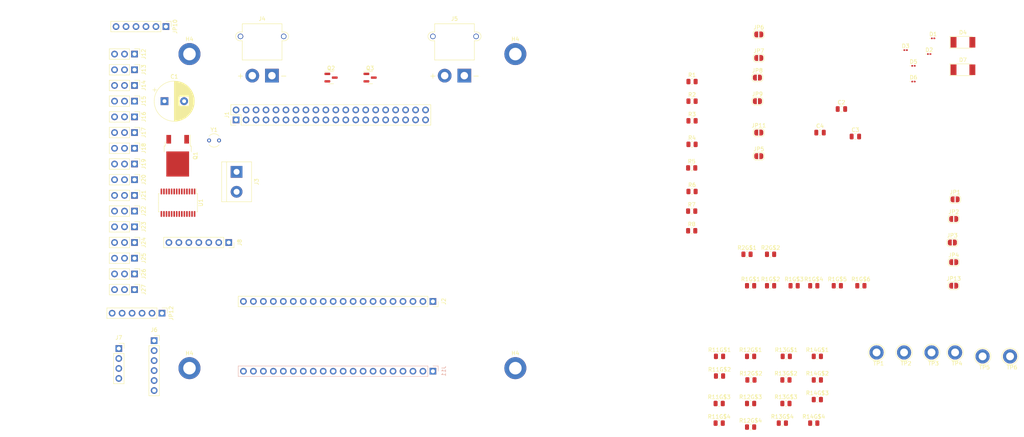
<source format=kicad_pcb>
(kicad_pcb (version 20211014) (generator pcbnew)
  (layers (0 "F.Cu" signal) (31 "B.Cu" power) (34 "B.Paste" user) (35 "F.Paste" user) (36 "B.SilkS" user "B.Silkscreen") (37 "F.SilkS" user "F.Silkscreen") (38 "B.Mask" user) (39 "F.Mask" user) (44 "Edge.Cuts" user))
  (net 0 "")
  (net 1 "+5V")
  (net 2 "VCC")
  (net 3 "Input Logic 5V")
  (net 4 "SDA")
  (net 5 "SCL")
  (net 6 "GND")
  (net 7 "I2C1 SDA")
  (net 8 "I2C1 SCL")
  (net 9 "GPIO4")
  (net 10 "UART0 TX")
  (net 11 "GPIO17")
  (net 12 "GPIO27")
  (net 13 "UART0 RX")
  (net 14 "GPIO22")
  (net 15 "GPIO23")
  (net 16 "GPIO18")
  (net 17 "GPIO24")
  (net 18 "GPIO10")
  (net 19 "GPIO9")
  (net 20 "GPIO25")
  (net 21 "GPIO11")
  (net 22 "GPIO8")
  (net 23 "GPIO7")
  (net 24 "GPIO0")
  (net 25 "GPIO1")
  (net 26 "GPIO5")
  (net 27 "GPIO6")
  (net 28 "GPIO12")
  (net 29 "GPIO13")
  (net 30 "GPIO19")
  (net 31 "GPIO16")
  (net 32 "GPIO26")
  (net 33 "GPIO20")
  (net 34 "GPIO21")
  (net 35 "GPIO (PWM)")
  (net 36 "I2C0 SDA")
  (net 37 "I2C0 SCL")
  (net 38 "Net-(J3-Pad1)")
  (net 39 "3.3V")
  (net 40 "RUN")
  (net 41 "GPIO Input")
  (net 42 "/ADR")
  (net 43 "/PS0")
  (net 44 "/PS1")
  (net 45 "/CS")
  (net 46 "/A0")
  (net 47 "/A1")
  (net 48 "/A2")
  (net 49 "/A3")
  (net 50 "/A5")
  (net 51 "/OE")
  (net 52 "/A4")
  (net 53 "Net-(R2-Pad2)")
  (net 54 "/PWM7")
  (net 55 "/PWM6")
  (net 56 "/PWM5")
  (net 57 "/PWM4")
  (net 58 "/PWM15")
  (net 59 "/PWM14")
  (net 60 "/PWM13")
  (net 61 "/PWM12")
  (net 62 "/PWM3")
  (net 63 "/PWM2")
  (net 64 "/PWM1")
  (net 65 "/PWM0")
  (net 66 "/PWM11")
  (net 67 "/PWM10")
  (net 68 "/PWM9")
  (net 69 "/PWM8")
  (net 70 "VSYS")
  (net 71 "Input 3.3V")
  (net 72 "GPIO Output")
  (net 73 "Net-(U1-Pad25)")
  (net 78 "Earth")
  (net 79 "12V Input")
  (net 80 "Net-(J12-Pad1)")
  (net 81 "Net-(J13-Pad1)")
  (net 82 "Net-(J14-Pad1)")
  (net 83 "Net-(J15-Pad1)")
  (net 84 "Net-(J16-Pad1)")
  (net 85 "Net-(J17-Pad1)")
  (net 86 "Net-(J18-Pad1)")
  (net 87 "Net-(J19-Pad1)")
  (net 88 "Net-(J20-Pad1)")
  (net 89 "Net-(J21-Pad1)")
  (net 90 "Net-(J22-Pad1)")
  (net 91 "Net-(J23-Pad1)")
  (net 92 "Net-(J24-Pad1)")
  (net 93 "Net-(J25-Pad1)")
  (net 94 "Net-(J26-Pad1)")
  (net 95 "Net-(J27-Pad1)")
  (net 96 "Net-(JP1-Pad1)")
  (net 97 "Input 3.3{slash}5V")
  (net 98 "Net-(JP2-Pad1)")
  (net 99 "12V Output")
  (net 100 "Net-(JP3-Pad1)")
  (net 101 "Net-(JP4-Pad1)")
  (net 102 "Net-(R3-Pad1)")
  (net 103 "Net-(R1-Pad1)")
  (net 104 "Net-(R4-Pad1)")
  (net 105 "Net-(R6-Pad1)")
  (net 106 "Net-(D6-Pad2)")
  (net 107 "Solenoid 1")
  (footprint "Connector_PinHeader_2.54mm:PinHeader_1x03_P2.54mm_Vertical" (layer "F.Cu") (at 36 86 -90)
    (fp_text reference "J21" (at 0 -2.33 90) (layer "F.SilkS"))
    (fp_text value "Conn_01x03_Male")
    (pad "1" thru_hole rect (at 0 0 270) (size 1.7 1.7) (drill 1) (layers *.Cu *.Mask) (net 89 "Net-(J21-Pad1)"))
    (pad "2" thru_hole oval (at 0 2.54 270) (size 1.7 1.7) (drill 1) (layers *.Cu *.Mask) (net 1 "+5V"))
    (pad "3" thru_hole oval (at 0 5.08 270) (size 1.7 1.7) (drill 1) (layers *.Cu *.Mask) (net 78 "Earth"))
  )
  (footprint "Resistor_SMD:R_0805_2012Metric" (layer "F.Cu") (at 185 132)
    (fp_text reference "R11G$2" (at 0 -1.65) (layer "F.SilkS"))
    (fp_text value "220")
    (pad "1" smd roundrect (at -0.9125 0) (size 1.025 1.4) (layers "F.Cu" "F.Paste" "F.Mask") (roundrect_rratio 0.243902) (net 85 "Net-(J17-Pad1)"))
    (pad "2" smd roundrect (at 0.9125 0) (size 1.025 1.4) (layers "F.Cu" "F.Paste" "F.Mask") (roundrect_rratio 0.243902) (net 55 "/PWM6"))
  )
  (footprint "Resistor_SMD:R_0805_2012Metric" (layer "F.Cu") (at 215 109)
    (fp_text reference "R1G$5" (at 0 -1.65) (layer "F.SilkS"))
    (fp_text value "10k")
    (pad "1" smd roundrect (at -0.9125 0) (size 1.025 1.4) (layers "F.Cu" "F.Paste" "F.Mask") (roundrect_rratio 0.243902) (net 47 "/A1"))
    (pad "2" smd roundrect (at 0.9125 0) (size 1.025 1.4) (layers "F.Cu" "F.Paste" "F.Mask") (roundrect_rratio 0.243902) (net 78 "Earth"))
  )
  (footprint "Connector_PinHeader_2.54mm:PinHeader_1x03_P2.54mm_Vertical" (layer "F.Cu") (at 36 50 -90)
    (fp_text reference "J12" (at 0 -2.33 90) (layer "F.SilkS"))
    (fp_text value "Conn_01x03_Male")
    (pad "1" thru_hole rect (at 0 0 270) (size 1.7 1.7) (drill 1) (layers *.Cu *.Mask) (net 80 "Net-(J12-Pad1)"))
    (pad "2" thru_hole oval (at 0 2.54 270) (size 1.7 1.7) (drill 1) (layers *.Cu *.Mask) (net 1 "+5V"))
    (pad "3" thru_hole oval (at 0 5.08 270) (size 1.7 1.7) (drill 1) (layers *.Cu *.Mask) (net 78 "Earth"))
  )
  (footprint "Resistor_SMD:R_0805_2012Metric" (layer "F.Cu") (at 202 127)
    (fp_text reference "R13G$1" (at 0 -1.65) (layer "F.SilkS"))
    (fp_text value "220")
    (pad "1" smd roundrect (at -0.9125 0) (size 1.025 1.4) (layers "F.Cu" "F.Paste" "F.Mask") (roundrect_rratio 0.243902) (net 80 "Net-(J12-Pad1)"))
    (pad "2" smd roundrect (at 0.9125 0) (size 1.025 1.4) (layers "F.Cu" "F.Paste" "F.Mask") (roundrect_rratio 0.243902) (net 62 "/PWM3"))
  )
  (footprint "TestPoint:TestPoint_Loop_D3.80mm_Drill2.0mm" (layer "F.Cu") (at 232 126)
    (fp_text reference "TP2" (at 0.5 2.8) (layer "F.SilkS"))
    (fp_text value "TestPoint")
    (pad "1" thru_hole circle (at 0 0) (size 3.6 3.6) (drill 2) (layers *.Cu *.Mask) (net 52 "/A4"))
  )
  (footprint "Capacitor_SMD:C_0805_2012Metric" (layer "F.Cu") (at 219.6 71)
    (fp_text reference "C3" (at 0 -1.68) (layer "F.SilkS"))
    (fp_text value "2.2uF+/35V+")
    (pad "1" smd roundrect (at -0.95 0) (size 1 1.45) (layers "F.Cu" "F.Paste" "F.Mask") (net 79 "12V Input"))
    (pad "2" smd roundrect (at 0.95 0) (size 1 1.45) (layers "F.Cu" "F.Paste" "F.Mask") (net 6 "GND"))
  )
  (footprint "Jumper:SolderJumper-2_P1.3mm_Open_RoundedPad1.0x1.5mm" (layer "F.Cu") (at 244.65 103)
    (fp_text reference "JP4" (at 0 -1.8) (layer "F.SilkS"))
    (fp_text value "SolderJumper_2_Open")
    (pad "1" smd custom (at -0.65 0) (size 1 0.5) (layers "F.Cu" "F.Mask") (net 101 "Net-(JP4-Pad1)") (options (clearance outline) (anchor rect)) (primitives (gr_circle (center 0 0.25) (end 0.5 0.25) (width 0) (fill yes)) (gr_circle (center 0 -0.25) (end 0.5 -0.25) (width 0) (fill yes)) (gr_poly (pts (xy 0.5 0.75) (xy 0 0.75) (xy 0 -0.75) (xy 0.5 -0.75)) (width 0) (fill yes))))
    (pad "2" smd custom (at 0.65 0) (size 1 0.5) (layers "F.Cu" "F.Mask") (net 79 "12V Input") (options (clearance outline) (anchor rect)) (primitives (gr_circle (center 0 0.25) (end 0.5 0.25) (width 0) (fill yes)) (gr_circle (center 0 -0.25) (end 0.5 -0.25) (width 0) (fill yes)) (gr_poly (pts (xy 0 0.75) (xy -0.5 0.75) (xy -0.5 -0.75) (xy 0 -0.75)) (width 0) (fill yes))))
  )
  (footprint "LED_SMD:LED_0201_0603Metric" (layer "F.Cu") (at 238.4 50)
    (fp_text reference "D2" (at 0 -1.05) (layer "F.SilkS"))
    (fp_text value "LED_Green")
    (pad "1" smd roundrect (at -0.32 0) (size 0.46 0.4) (layers "F.Cu" "F.Mask") (net 103 "Net-(R1-Pad1)"))
    (pad "2" smd roundrect (at 0.32 0) (size 0.46 0.4) (layers "F.Cu" "F.Mask") (net 2 "VCC"))
  )
  (footprint "Connector_PinSocket_2.54mm:PinSocket_1x06_P2.54mm_Vertical" (layer "F.Cu") (at 41 123)
    (fp_text reference "J6" (at 0 -2.77) (layer "F.SilkS"))
    (fp_text value "Conn_01x06_Female")
    (pad "1" thru_hole rect (at 0 0) (size 1.7 1.7) (drill 1) (layers *.Cu *.Mask) (net 71 "Input 3.3V"))
    (pad "2" thru_hole oval (at 0 2.54) (size 1.7 1.7) (drill 1) (layers *.Cu *.Mask) (net 39 "3.3V"))
    (pad "3" thru_hole oval (at 0 5.08) (size 1.7 1.7) (drill 1) (layers *.Cu *.Mask) (net 6 "GND"))
    (pad "4" thru_hole oval (at 0 7.62) (size 1.7 1.7) (drill 1) (layers *.Cu *.Mask) (net 5 "SCL"))
    (pad "5" thru_hole oval (at 0 10.16) (size 1.7 1.7) (drill 1) (layers *.Cu *.Mask) (net 4 "SDA"))
    (pad "6" thru_hole oval (at 0 12.7) (size 1.7 1.7) (drill 1) (layers *.Cu *.Mask) (net 41 "GPIO Input"))
  )
  (footprint "Package_TO_SOT_SMD:SOT-23" (layer "F.Cu") (at 86.0625 56)
    (fp_text reference "Q2" (at 0 -2.4) (layer "F.SilkS"))
    (fp_text value "ZXMN3A14F")
    (pad "1" smd roundrect (at -0.9375 -0.95) (size 1.475 0.6) (layers "F.Cu" "F.Paste" "F.Mask") (net 97 "Input 3.3{slash}5V"))
    (pad "2" smd roundrect (at -0.9375 0.95) (size 1.475 0.6) (layers "F.Cu" "F.Paste" "F.Mask") (net 6 "GND"))
    (pad "3" smd roundrect (at 0.9375 0) (size 1.475 0.6) (layers "F.Cu" "F.Paste" "F.Mask") (net 107 "Solenoid 1"))
  )
  (footprint "Resistor_SMD:R_0805_2012Metric" (layer "F.Cu") (at 209.9125 127)
    (fp_text reference "R14G$1" (at 0 -1.65) (layer "F.SilkS"))
    (fp_text value "220")
    (pad "1" smd roundrect (at -0.9125 0) (size 1.025 1.4) (layers "F.Cu" "F.Paste" "F.Mask") (roundrect_rratio 0.243902) (net 92 "Net-(J24-Pad1)"))
    (pad "2" smd roundrect (at 0.9125 0) (size 1.025 1.4) (layers "F.Cu" "F.Paste" "F.Mask") (roundrect_rratio 0.243902) (net 66 "/PWM11"))
  )
  (footprint "Resistor_SMD:R_0805_2012Metric" (layer "F.Cu") (at 209 144)
    (fp_text reference "R14G$4" (at 0 -1.65) (layer "F.SilkS"))
    (fp_text value "220")
    (pad "1" smd roundrect (at -0.9125 0) (size 1.025 1.4) (layers "F.Cu" "F.Paste" "F.Mask") (roundrect_rratio 0.243902) (net 95 "Net-(J27-Pad1)"))
    (pad "2" smd roundrect (at 0.9125 0) (size 1.025 1.4) (layers "F.Cu" "F.Paste" "F.Mask") (roundrect_rratio 0.243902) (net 69 "/PWM8"))
  )
  (footprint "MountingHole:MountingHole_3.2mm_M3_DIN965_Pad" (layer "F.Cu") (at 50 130)
    (fp_text reference "H4" (at 0 -3.8) (layer "F.SilkS"))
    (fp_text value "MountingHole")
    (pad "1" thru_hole circle locked (at 0 0) (size 5.6 5.6) (drill 3.2) (layers *.Cu *.Mask))
  )
  (footprint "Connector_PinHeader_2.54mm:PinHeader_1x03_P2.54mm_Vertical" (layer "F.Cu") (at 36 70 -90)
    (fp_text reference "J17" (at 0 -2.33 90) (layer "F.SilkS"))
    (fp_text value "Conn_01x03_Male")
    (pad "1" thru_hole rect (at 0 0 270) (size 1.7 1.7) (drill 1) (layers *.Cu *.Mask) (net 85 "Net-(J17-Pad1)"))
    (pad "2" thru_hole oval (at 0 2.54 270) (size 1.7 1.7) (drill 1) (layers *.Cu *.Mask) (net 1 "+5V"))
    (pad "3" thru_hole oval (at 0 5.08 270) (size 1.7 1.7) (drill 1) (layers *.Cu *.Mask) (net 78 "Earth"))
  )
  (footprint "Resistor_SMD:R_0805_2012Metric" (layer "F.Cu") (at 178 62)
    (fp_text reference "R2" (at 0 -1.65) (layer "F.SilkS"))
    (fp_text value "10k")
    (pad "1" smd roundrect (at -0.9125 0) (size 1.025 1.4) (layers "F.Cu" "F.Paste" "F.Mask") (roundrect_rratio 0.243902) (net 41 "GPIO Input"))
    (pad "2" smd roundrect (at 0.9125 0) (size 1.025 1.4) (layers "F.Cu" "F.Paste" "F.Mask") (roundrect_rratio 0.243902) (net 53 "Net-(R2-Pad2)"))
  )
  (footprint "Jumper:SolderJumper-2_P1.3mm_Open_RoundedPad1.0x1.5mm" (layer "F.Cu") (at 244.65 92)
    (fp_text reference "JP2" (at 0 -1.8) (layer "F.SilkS"))
    (fp_text value "SolderJumper_2_Open")
    (pad "1" smd custom (at -0.65 0) (size 1 0.5) (layers "F.Cu" "F.Mask") (net 98 "Net-(JP2-Pad1)") (options (clearance outline) (anchor rect)) (primitives (gr_circle (center 0 0.25) (end 0.5 0.25) (width 0) (fill yes)) (gr_circle (center 0 -0.25) (end 0.5 -0.25) (width 0) (fill yes)) (gr_poly (pts (xy 0.5 0.75) (xy 0 0.75) (xy 0 -0.75) (xy 0.5 -0.75)) (width 0) (fill yes))))
    (pad "2" smd custom (at 0.65 0) (size 1 0.5) (layers "F.Cu" "F.Mask") (net 79 "12V Input") (options (clearance outline) (anchor rect)) (primitives (gr_circle (center 0 0.25) (end 0.5 0.25) (width 0) (fill yes)) (gr_circle (center 0 -0.25) (end 0.5 -0.25) (width 0) (fill yes)) (gr_poly (pts (xy 0 0.75) (xy -0.5 0.75) (xy -0.5 -0.75) (xy 0 -0.75)) (width 0) (fill yes))))
  )
  (footprint "Capacitor_THT:CP_Radial_D10.0mm_P5.00mm" (layer "F.Cu") (at 43.632323 62)
    (fp_text reference "C1" (at 2.5 -6.25) (layer "F.SilkS"))
    (fp_text value "C_Polarized")
    (pad "1" thru_hole rect (at 0 0) (size 2 2) (drill 1) (layers *.Cu *.Mask) (net 1 "+5V"))
    (pad "2" thru_hole circle (at 5 0) (size 2 2) (drill 1) (layers *.Cu *.Mask) (net 78 "Earth"))
  )
  (footprint "Connector_PinHeader_2.54mm:PinHeader_1x06_P2.54mm_Vertical" (layer "F.Cu") (at 44 43 -90)
    (fp_text reference "JP10" (at 0 -2.33 90) (layer "F.SilkS"))
    (fp_text value "Conn_01x06_Male")
    (pad "1" thru_hole rect (at 0 0 270) (size 1.7 1.7) (drill 1) (layers *.Cu *.Mask) (net 1 "+5V"))
    (pad "2" thru_hole oval (at 0 2.54 270) (size 1.7 1.7) (drill 1) (layers *.Cu *.Mask) (net 2 "VCC"))
    (pad "3" thru_hole oval (at 0 5.08 270) (size 1.7 1.7) (drill 1) (layers *.Cu *.Mask) (net 4 "SDA"))
    (pad "4" thru_hole oval (at 0 7.62 270) (size 1.7 1.7) (drill 1) (layers *.Cu *.Mask) (net 5 "SCL"))
    (pad "5" thru_hole oval (at 0 10.16 270) (size 1.7 1.7) (drill 1) (layers *.Cu *.Mask) (net 51 "/OE"))
    (pad "6" thru_hole oval (at 0 12.7 270) (size 1.7 1.7) (drill 1) (layers *.Cu *.Mask) (net 78 "Earth"))
  )
  (footprint "Resistor_SMD:R_0805_2012Metric" (layer "F.Cu") (at 184.9125 139)
    (fp_text reference "R11G$3" (at 0 -1.65) (layer "F.SilkS"))
    (fp_text value "220")
    (pad "1" smd roundrect (at -0.9125 0) (size 1.025 1.4) (layers "F.Cu" "F.Paste" "F.Mask") (roundrect_rratio 0.243902) (net 86 "Net-(J18-Pad1)"))
    (pad "2" smd roundrect (at 0.9125 0) (size 1.025 1.4) (layers "F.Cu" "F.Paste" "F.Mask") (roundrect_rratio 0.243902) (net 56 "/PWM5"))
  )
  (footprint "Connector_PinHeader_2.54mm:PinHeader_1x03_P2.54mm_Vertical" (layer "F.Cu") (at 36 62 -90)
    (fp_text reference "J15" (at 0 -2.33 90) (layer "F.SilkS"))
    (fp_text value "Conn_01x03_Male")
    (pad "1" thru_hole rect (at 0 0 270) (size 1.7 1.7) (drill 1) (layers *.Cu *.Mask) (net 83 "Net-(J15-Pad1)"))
    (pad "2" thru_hole oval (at 0 2.54 270) (size 1.7 1.7) (drill 1) (layers *.Cu *.Mask) (net 1 "+5V"))
    (pad "3" thru_hole oval (at 0 5.08 270) (size 1.7 1.7) (drill 1) (layers *.Cu *.Mask) (net 78 "Earth"))
  )
  (footprint "TerminalBlock:TerminalBlock_bornier-2_P5.08mm" (layer "F.Cu") (at 62 80 -90)
    (fp_text reference "J3" (at 2.54 -5.08 90) (layer "F.SilkS"))
    (fp_text value "Screw_Terminal_01x02")
    (pad "1" thru_hole rect (at 0 0 270) (size 3 3) (drill 1.52) (layers *.Cu *.Mask) (net 38 "Net-(J3-Pad1)"))
    (pad "2" thru_hole circle (at 5.08 0 270) (size 3 3) (drill 1.52) (layers *.Cu *.Mask) (net 78 "Earth"))
  )
  (footprint "Resistor_SMD:R_0805_2012Metric" (layer "F.Cu") (at 201 144)
    (fp_text reference "R13G$4" (at 0 -1.65) (layer "F.SilkS"))
    (fp_text value "220")
    (pad "1" smd roundrect (at -0.9125 0) (size 1.025 1.4) (layers "F.Cu" "F.Paste" "F.Mask") (roundrect_rratio 0.243902) (net 83 "Net-(J15-Pad1)"))
    (pad "2" smd roundrect (at 0.9125 0) (size 1.025 1.4) (layers "F.Cu" "F.Paste" "F.Mask") (roundrect_rratio 0.243902) (net 65 "/PWM0"))
  )
  (footprint "Connector_PinHeader_2.54mm:PinHeader_1x03_P2.54mm_Vertical" (layer "F.Cu") (at 36 110 -90)
    (fp_text reference "J27" (at 0 -2.33 90) (layer "F.SilkS"))
    (fp_text value "Conn_01x03_Male")
    (pad "1" thru_hole rect (at 0 0 270) (size 1.7 1.7) (drill 1) (layers *.Cu *.Mask) (net 95 "Net-(J27-Pad1)"))
    (pad "2" thru_hole oval (at 0 2.54 270) (size 1.7 1.7) (drill 1) (layers *.Cu *.Mask) (net 1 "+5V"))
    (pad "3" thru_hole oval (at 0 5.08 270) (size 1.7 1.7) (drill 1) (layers *.Cu *.Mask) (net 78 "Earth"))
  )
  (footprint "TestPoint:TestPoint_Loop_D3.80mm_Drill2.0mm" (layer "F.Cu") (at 259 127)
    (fp_text reference "TP6" (at 0.5 2.8) (layer "F.SilkS"))
    (fp_text value "TestPoint")
    (pad "1" thru_hole circle (at 0 0) (size 3.6 3.6) (drill 2) (layers *.Cu *.Mask) (net 46 "/A0"))
  )
  (footprint "Resistor_SMD:R_0805_2012Metric" (layer "F.Cu") (at 177.9125 90)
    (fp_text reference "R7" (at 0 -1.65) (layer "F.SilkS"))
    (fp_text value "10K")
    (pad "1" smd roundrect (at -0.9125 0) (size 1.025 1.4) (layers "F.Cu" "F.Paste" "F.Mask") (roundrect_rratio 0.243902) (net 106 "Net-(D6-Pad2)"))
    (pad "2" smd roundrect (at 0.9125 0) (size 1.025 1.4) (layers "F.Cu" "F.Paste" "F.Mask") (roundrect_rratio 0.243902) (net 100 "Net-(JP3-Pad1)"))
  )
  (footprint "Resistor_SMD:R_0805_2012Metric" (layer "F.Cu") (at 198 109)
    (fp_text reference "R1G$2" (at 0 -1.65) (layer "F.SilkS"))
    (fp_text value "10k")
    (pad "1" smd roundrect (at -0.9125 0) (size 1.025 1.4) (layers "F.Cu" "F.Paste" "F.Mask") (roundrect_rratio 0.243902) (net 52 "/A4"))
    (pad "2" smd roundrect (at 0.9125 0) (size 1.025 1.4) (layers "F.Cu" "F.Paste" "F.Mask") (roundrect_rratio 0.243902) (net 78 "Earth"))
  )
  (footprint "LED_SMD:LED_0201_0603Metric" (layer "F.Cu") (at 239.4 46)
    (fp_text reference "D1" (at 0 -1.05) (layer "F.SilkS"))
    (fp_text value "LED_Green")
    (pad "1" smd roundrect (at -0.32 0) (size 0.46 0.4) (layers "F.Cu" "F.Mask") (net 6 "GND"))
    (pad "2" smd roundrect (at 0.32 0) (size 0.46 0.4) (layers "F.Cu" "F.Mask") (net 102 "Net-(R3-Pad1)"))
  )
  (footprint "LED_SMD:LED_0201_0603Metric" (layer "F.Cu") (at 234.4 53)
    (fp_text reference "D5" (at 0 -1.05) (layer "F.SilkS"))
    (fp_text value "LED_Green")
    (pad "1" smd roundrect (at -0.32 0) (size 0.46 0.4) (layers "F.Cu" "F.Mask") (net 6 "GND"))
    (pad "2" smd roundrect (at 0.32 0) (size 0.46 0.4) (layers "F.Cu" "F.Mask") (net 105 "Net-(R6-Pad1)"))
  )
  (footprint "Connector_PinHeader_2.54mm:PinHeader_1x03_P2.54mm_Vertical" (layer "F.Cu") (at 36 66 -90)
    (fp_text reference "J16" (at 0 -2.33 90) (layer "F.SilkS"))
    (fp_text value "Conn_01x03_Male")
    (pad "1" thru_hole rect (at 0 0 270) (size 1.7 1.7) (drill 1) (layers *.Cu *.Mask) (net 84 "Net-(J16-Pad1)"))
    (pad "2" thru_hole oval (at 0 2.54 270) (size 1.7 1.7) (drill 1) (layers *.Cu *.Mask) (net 1 "+5V"))
    (pad "3" thru_hole oval (at 0 5.08 270) (size 1.7 1.7) (drill 1) (layers *.Cu *.Mask) (net 78 "Earth"))
  )
  (footprint "LED_SMD:LED_0201_0603Metric" (layer "F.Cu") (at 232.4 49)
    (fp_text reference "D3" (at 0 -1.05) (layer "F.SilkS"))
    (fp_text value "LED_Red")
    (pad "1" smd roundrect (at -0.32 0) (size 0.46 0.4) (layers "F.Cu" "F.Mask") (net 6 "GND"))
    (pad "2" smd roundrect (at 0.32 0) (size 0.46 0.4) (layers "F.Cu" "F.Mask") (net 104 "Net-(R4-Pad1)"))
  )
  (footprint "Resistor_SMD:R_0805_2012Metric" (layer "F.Cu") (at 178 85)
    (fp_text reference "R6" (at 0 -1.65) (layer "F.SilkS"))
    (fp_text value "10K")
    (pad "1" smd roundrect (at -0.9125 0) (size 1.025 1.4) (layers "F.Cu" "F.Paste" "F.Mask") (roundrect_rratio 0.243902) (net 105 "Net-(R6-Pad1)"))
    (pad "2" smd roundrect (at 0.9125 0) (size 1.025 1.4) (layers "F.Cu" "F.Paste" "F.Mask") (roundrect_rratio 0.243902) (net 101 "Net-(JP4-Pad1)"))
  )
  (footprint "Connector_PinHeader_2.54mm:PinHeader_1x03_P2.54mm_Vertical" (layer "F.Cu") (at 36 54 -90)
    (fp_text reference "J13" (at 0 -2.33 90) (layer "F.SilkS"))
    (fp_text value "Conn_01x03_Male")
    (pad "1" thru_hole rect (at 0 0 270) (size 1.7 1.7) (drill 1) (layers *.Cu *.Mask) (net 81 "Net-(J13-Pad1)"))
    (pad "2" thru_hole oval (at 0 2.54 270) (size 1.7 1.7) (drill 1) (layers *.Cu *.Mask) (net 1 "+5V"))
    (pad "3" thru_hole oval (at 0 5.08 270) (size 1.7 1.7) (drill 1) (layers *.Cu *.Mask) (net 78 "Earth"))
  )
  (footprint "Resistor_SMD:R_0805_2012Metric" (layer "F.Cu") (at 185 127)
    (fp_text reference "R11G$1" (at 0 -1.65) (layer "F.SilkS"))
    (fp_text value "220")
    (pad "1" smd roundrect (at -0.9125 0) (size 1.025 1.4) (layers "F.Cu" "F.Paste" "F.Mask") (roundrect_rratio 0.243902) (net 84 "Net-(J16-Pad1)"))
    (pad "2" smd roundrect (at 0.9125 0) (size 1.025 1.4) (layers "F.Cu" "F.Paste" "F.Mask") (roundrect_rratio 0.243902) (net 54 "/PWM7"))
  )
  (footprint "Jumper:SolderJumper-2_P1.3mm_Open_RoundedPad1.0x1.5mm" (layer "F.Cu") (at 245 87)
    (fp_text reference "JP1" (at 0 -1.8) (layer "F.SilkS"))
    (fp_text value "SolderJumper_2_Open")
    (pad "1" smd custom (at -0.65 0) (size 1 0.5) (layers "F.Cu" "F.Mask") (net 96 "Net-(JP1-Pad1)") (options (clearance outline) (anchor rect)) (primitives (gr_circle (center 0 0.25) (end 0.5 0.25) (width 0) (fill yes)) (gr_circle (center 0 -0.25) (end 0.5 -0.25) (width 0) (fill yes)) (gr_poly (pts (xy 0.5 0.75) (xy 0 0.75) (xy 0 -0.75) (xy 0.5 -0.75)) (width 0) (fill yes))))
    (pad "2" smd custom (at 0.65 0) (size 1 0.5) (layers "F.Cu" "F.Mask") (net 97 "Input 3.3{slash}5V") (options (clearance outline) (anchor rect)) (primitives (gr_circle (center 0 0.25) (end 0.5 0.25) (width 0) (fill yes)) (gr_circle (center 0 -0.25) (end 0.5 -0.25) (width 0) (fill yes)) (gr_poly (pts (xy 0 0.75) (xy -0.5 0.75) (xy -0.5 -0.75) (xy 0 -0.75)) (width 0) (fill yes))))
  )
  (footprint "Resistor_SMD:R_0805_2012Metric" (layer "F.Cu") (at 204 109)
    (fp_text reference "R1G$3" (at 0 -1.65) (layer "F.SilkS"))
    (fp_text value "10k")
    (pad "1" smd roundrect (at -0.9125 0) (size 1.025 1.4) (layers "F.Cu" "F.Paste" "F.Mask") (roundrect_rratio 0.243902) (net 49 "/A3"))
    (pad "2" smd roundrect (at 0.9125 0) (size 1.025 1.4) (layers "F.Cu" "F.Paste" "F.Mask") (roundrect_rratio 0.243902) (net 78 "Earth"))
  )
  (footprint "LED_SMD:LED_0201_0603Metric" (layer "F.Cu") (at 234.4 57)
    (fp_text reference "D6" (at 0 -1.05) (layer "F.SilkS"))
    (fp_text value "LED_Red")
    (pad "1" smd roundrect (at -0.32 0) (size 0.46 0.4) (layers "F.Cu" "F.Mask") (net 6 "GND"))
    (pad "2" smd roundrect (at 0.32 0) (size 0.46 0.4) (layers "F.Cu" "F.Mask") (net 106 "Net-(D6-Pad2)"))
  )
  (footprint "Resistor_SMD:R_0805_2012Metric" (layer "F.Cu") (at 209.9125 133)
    (fp_text reference "R14G$2" (at 0 -1.65) (layer "F.SilkS"))
    (fp_text value "220")
    (pad "1" smd roundrect (at -0.9125 0) (size 1.025 1.4) (layers "F.Cu" "F.Paste" "F.Mask") (roundrect_rratio 0.243902) (net 93 "Net-(J25-Pad1)"))
    (pad "2" smd roundrect (at 0.9125 0) (size 1.025 1.4) (layers "F.Cu" "F.Paste" "F.Mask") (roundrect_rratio 0.243902) (net 67 "/PWM10"))
  )
  (footprint "Resistor_SMD:R_0805_2012Metric" (layer "F.Cu") (at 221 109)
    (fp_text reference "R1G$6" (at 0 -1.65) (layer "F.SilkS"))
    (fp_text value "10k")
    (pad "1" smd roundrect (at -0.9125 0) (size 1.025 1.4) (layers "F.Cu" "F.Paste" "F.Mask") (roundrect_rratio 0.243902) (net 46 "/A0"))
    (pad "2" smd roundrect (at 0.9125 0) (size 1.025 1.4) (layers "F.Cu" "F.Paste" "F.Mask") (roundrect_rratio 0.243902) (net 78 "Earth"))
  )
  (footprint "Package_TO_SOT_SMD:SOT-23" (layer "F.Cu") (at 96 56)
    (fp_text reference "Q3" (at 0 -2.4) (layer "F.SilkS"))
    (fp_text value "ZXMN3A14F")
    (pad "1" smd roundrect (at -0.9375 -0.95) (size 1.475 0.6) (layers "F.Cu" "F.Paste" "F.Mask") (net 97 "Input 3.3{slash}5V"))
    (pad "2" smd roundrect (at -0.9375 0.95) (size 1.475 0.6) (layers "F.Cu" "F.Paste" "F.Mask") (net 6 "GND"))
    (pad "3" smd roundrect (at 0.9375 0) (size 1.475 0.6) (layers "F.Cu" "F.Paste" "F.Mask") (net 107 "Solenoid 1"))
  )
  (footprint "Diode_SMD:D_MELF" (layer "F.Cu") (at 247 47)
    (fp_text reference "D4" (at 0 -2.5) (layer "F.SilkS"))
    (fp_text value "SM4002")
    (pad "1" smd rect (at -2.4 0) (size 1.5 2.7) (layers "F.Cu" "F.Paste" "F.Mask") (net 79 "12V Input"))
    (pad "2" smd rect (at 2.4 0) (size 1.5 2.7) (layers "F.Cu" "F.Paste" "F.Mask") (net 107 "Solenoid 1"))
  )
  (footprint "Resistor_SMD:R_0805_2012Metric" (layer "F.Cu") (at 192.9125 127)
    (fp_text reference "R12G$1" (at 0 -1.65) (layer "F.SilkS"))
    (fp_text value "220")
    (pad "1" smd roundrect (at -0.9125 0) (size 1.025 1.4) (layers "F.Cu" "F.Paste" "F.Mask") (roundrect_rratio 0.243902) (net 88 "Net-(J20-Pad1)"))
    (pad "2" smd roundrect (at 0.9125 0) (size 1.025 1.4) (layers "F.Cu" "F.Paste" "F.Mask") (roundrect_rratio 0.243902) (net 58 "/PWM15"))
  )
  (footprint "TestPoint:TestPoint_Loop_D3.80mm_Drill2.0mm" (layer "F.Cu") (at 252 127)
    (fp_text reference "TP5" (at 0.5 2.8) (layer "F.SilkS"))
    (fp_text value "TestPoint")
    (pad "1" thru_hole circle (at 0 0) (size 3.6 3.6) (drill 2) (layers *.Cu *.Mask) (net 47 "/A1"))
  )
  (footprint "Jumper:SolderJumper-2_P1.3mm_Open_RoundedPad1.0x1.5mm" (layer "F.Cu") (at 244.65 109)
    (fp_text reference "JP13" (at 0 -1.8) (layer "F.SilkS"))
    (fp_text value "SolderJumper_2_Open")
    (pad "1" smd custom (at -0.65 0) (size 1 0.5) (layers "F.Cu" "F.Mask") (net 1 "+5V") (options (clearance outline) (anchor rect)) (primitives (gr_circle (center 0 0.25) (end 0.5 0.25) (width 0) (fill yes)) (gr_circle (center 0 -0.25) (end 0.5 -0.25) (width 0) (fill yes)) (gr_poly (pts (xy 0.5 0.75) (xy 0 0.75) (xy 0 -0.75) (xy 0.5 -0.75)) (width 0) (fill yes))))
    (pad "2" smd custom (at 0.65 0) (size 1 0.5) (layers "F.Cu" "F.Mask") (net 42 "/ADR") (options (clearance outline) (anchor rect)) (primitives (gr_circle (center 0 0.25) (end 0.5 0.25) (width 0) (fill yes)) (gr_circle (center 0 -0.25) (end 0.5 -0.25) (width 0) (fill yes)) (gr_poly (pts (xy 0 0.75) (xy -0.5 0.75) (xy -0.5 -0.75) (xy 0 -0.75)) (width 0) (fill yes))))
  )
  (footprint "Connector_PinHeader_2.54mm:PinHeader_1x03_P2.54mm_Vertical" (layer "F.Cu") (at 36 106 -90)
    (fp_text reference "J26" (at 0 -2.33 90) (layer "F.SilkS"))
    (fp_text value "Conn_01x03_Male")
    (pad "1" thru_hole rect (at 0 0 270) (size 1.7 1.7) (drill 1) (layers *.Cu *.Mask) (net 94 "Net-(J26-Pad1)"))
    (pad "2" thru_hole oval (at 0 2.54 270) (size 1.7 1.7) (drill 1) (layers *.Cu *.Mask) (net 1 "+5V"))
    (pad "3" thru_hole oval (at 0 5.08 270) (size 1.7 1.7) (drill 1) (layers *.Cu *.Mask) (net 78 "Earth"))
  )
  (footprint "MountingHole:MountingHole_3.2mm_M3_DIN965_Pad" (layer "F.Cu") (at 133 130)
    (fp_text reference "H4" (at 0 -3.8) (layer "F.SilkS"))
    (fp_text value "MountingHole")
    (pad "1" thru_hole circle locked (at 0 0) (size 5.6 5.6) (drill 3.2) (layers *.Cu *.Mask))
  )
  (footprint "Package_SO:TSSOP-28_4.4x9.7mm_P0.65mm" (layer "F.Cu") (at 47.075 87.8625 -90)
    (fp_text reference "U1" (at 0 -5.8 90) (layer "F.SilkS"))
    (fp_text value "PCA9685PW")
    (pad "1" smd roundrect (at -2.8625 -4.225 270) (size 1.475 0.4) (layers "F.Cu" "F.Paste" "F.Mask") (net 46 "/A0"))
    (pad "2" smd roundrect (at -2.8625 -3.575 270) (size 1.475 0.4) (layers "F.Cu" "F.Paste" "F.Mask") (net 47 "/A1"))
    (pad "3" smd roundrect (at -2.8625 -2.925 270) (size 1.475 0.4) (layers "F.Cu" "F.Paste" "F.Mask") (net 48 "/A2"))
    (pad "4" smd roundrect (at -2.8625 -2.275 270) (size 1.475 0.4) (layers "F.Cu" "F.Paste" "F.Mask") (net 49 "/A3"))
    (pad "5" smd roundrect (at -2.8625 -1.625 270) (size 1.475 0.4) (layers "F.Cu" "F.Paste" "F.Mask") (net 52 "/A4"))
    (pad "6" smd roundrect (at -2.8625 -0.975 270) (size 1.475 0.4) (layers "F.Cu" "F.Paste" "F.Mask") (net 65 "/PWM0"))
    (pad "7" smd roundrect (at -2.8625 -0.325 270) (size 1.475 0.4) (layers "F.Cu" "F.Paste" "F.Mask") (net 64 "/PWM1"))
    (pad "8" smd roundrect (at -2.8625 0.325 270) (size 1.475 0.4) (layers "F.Cu" "F.Paste" "F.Mask") (net 63 "/PWM2"))
    (pad "9" smd roundrect (at -2.8625 0.975 270) (size 1.475 0.4) (layers "F.Cu" "F.Paste" "F.Mask") (net 62 "/PWM3"))
    (pad "10" smd roundrect (at -2.8625 1.625 270) (size 1.475 0.4) (layers "F.Cu" "F.Paste" "F.Mask") (net 57 "/PWM4"))
    (pad "11" smd roundrect (at -2.8625 2.275 270) (size 1.475 0.4) (layers "F.Cu" "F.Paste" "F.Mask") (net 56 "/PWM5"))
    (pad "12" smd roundrect (at -2.8625 2.925 270) (size 1.475 0.4) (layers "F.Cu" "F.Paste" "F.Mask") (net 55 "/PWM6"))
    (pad "13" smd roundrect (at -2.8625 3.575 270) (size 1.475 0.4) (layers "F.Cu" "F.Paste" "F.Mask") (net 54 "/PWM7"))
    (pad "14" smd roundrect (at -2.8625 4.225 270) (size 1.475 0.4) (layers "F.Cu" "F.Paste" "F.Mask") (net 78 "Earth"))
    (pad "15" smd roundrect (at 2.8625 4.225 270) (size 1.475 0.4) (layers "F.Cu" "F.Paste" "F.Mask") (net 69 "/PWM8"))
    (pad "16" smd roundrect (at 2.8625 3.575 270) (size 1.475 0.4) (layers "F.Cu" "F.Paste" "F.Mask") (net 68 "/PWM9"))
    (pad "17" smd roundrect (at 2.8625 2.925 270) (size 1.475 0.4) (layers "F.Cu" "F.Paste" "F.Mask") (net 67 "/PWM10"))
    (pad "18" smd roundrect (at 2.8625 2.275 270) (size 1.475 0.4) (layers "F.Cu" "F.Paste" "F.Mask") (net 66 "/PWM11"))
    (pad "19" smd roundrect (at 2.8625 1.625 270) (size 1.475 0.4) (layers "F.Cu" "F.Paste" "F.Mask") (net 61 "/PWM12"))
    (pad "20" smd roundrect (at 2.8625 0.975 270) (size 1.475 0.4) (layers "F.Cu" "F.Paste" "F.Mask") (net 60 "/PWM13"))
    (pad "21" smd roundrect (at 2.8625 0.325 270) (size 1.475 0.4) (layers "F.Cu" "F.Paste" "F.Mask") (net 59 "/PWM14"))
    (pad "22" smd roundrect (at 2.8625 -0.325 270) (size 1.475 0.4) (layers "F.Cu" "F.Paste" "F.Mask") (net 58 "/PWM15"))
    (pad "23" smd roundrect (at 2.8625 -0.975 270) (size 1.475 0.4) (layers "F.Cu" "F.Paste" "F.Mask") (net 53 "Net-(R2-Pad2)"))
    (pad "24" smd roundrect (at 2.8625 -1.625 270) (size 1.475 0.4) (layers "F.Cu" "F.Paste" "F.Mask") (net 50 "/A5"))
    (pad "25" smd roundrect (at 2.8625 -2.275 270) (size 1.475 0.4) (layers "F.Cu" "F.Paste" "F.Mask") (net 73 "Net-(U1-Pad25)"))
    (pad "26" smd roundrect (at 2.8625 -2.925 270) (size 1.475 0.4) (layers "F.Cu" "F.Paste" "F.Mask") (net 5 "SCL"))
    (pad "27" smd roundrect (at 2.8625 -3.575 270) (size 1.475 0.4) (layers "F.Cu" "F.Paste" "F.Mask") (net 4 "SDA"))
    (pad "28" smd roundrect (at 2.8625 -4.225 270) (size 1.475 0.4) (layers "F.Cu" "F.Paste" "F.Mask") (net 2 "VCC"))
  )
  (footprint "Resistor_SMD:R_0805_2012Metric" (layer "F.Cu") (at 201.9125 139)
    (fp_text reference "R13G$3" (at 0 -1.65) (layer "F.SilkS"))
    (fp_text value "220")
    (pad "1" smd roundrect (at -0.9125 0) (size 1.025 1.4) (layers "F.Cu" "F.Paste" "F.Mask") (roundrect_rratio 0.243902) (net 82 "Net-(J14-Pad1)"))
    (pad "2" smd roundrect (at 0.9125 0) (size 1.025 1.4) (layers "F.Cu" "F.Paste" "F.Mask") (roundrect_rratio 0.243902) (net 64 "/PWM1"))
  )
  (footprint "Connector_AMASS:AMASS_XT30PW-M_1x02_P2.50mm_Horizontal" (layer "F.Cu") (at 71 55.5)
    (fp_text reference "J4" (at -2.5 -14.5) (layer "F.SilkS"))
    (fp_text value "Conn_01x02")
    (fp_text user "+" (at -8 0) (layer "F.SilkS") (effects (font (size 1.5 1.5))))
    (fp_text user "-" (at 3 0) (layer "F.SilkS") (effects (font (size 1.5 1.5))))
    (pad "" thru_hole circle locked (at -8 -10) (size 1.4 1.4) (drill 1) (layers *.Cu *.Mask))
    (pad "" thru_hole circle locked (at 3 -10) (size 1.4 1.4) (drill 1) (layers *.Cu *.Mask))
    (pad "1" thru_hole rect locked (at 0 0) (size 3.5 3.5) (drill 1.9) (layers *.Cu *.Mask) (net 99 "12V Output"))
    (pad "2" thru_hole circle locked (at -5 0) (size 3.5 3.5) (drill 1.9) (layers *.Cu *.Mask) (net 6 "GND"))
  )
  (footprint "Jumper:SolderJumper-2_P1.3mm_Open_RoundedPad1.0x1.5mm" (layer "F.Cu") (at 194.65 62)
    (fp_text reference "JP9" (at 0 -1.8) (layer "F.SilkS"))
    (fp_text value "SJ_A5")
    (pad "1" smd custom (at -0.65 0) (size 1 0.5) (layers "F.Cu" "F.Mask") (net 2 "VCC") (options (clearance outline) (anchor rect)) (primitives (gr_circle (center 0 0.25) (end 0.5 0.25) (width 0) (fill yes)) (gr_circle (center 0 -0.25) (end 0.5 -0.25) (width 0) (fill yes)) (gr_poly (pts (xy 0.5 0.75) (xy 0 0.75) (xy 0 -0.75) (xy 0.5 -0.75)) (width 0) (fill yes))))
    (pad "2" smd custom (at 0.65 0) (size 1 0.5) (layers "F.Cu" "F.Mask") (net 50 "/A5") (options (clearance outline) (anchor rect)) (primitives (gr_circle (center 0 0.25) (end 0.5 0.25) (width 0) (fill yes)) (gr_circle (center 0 -0.25) (end 0.5 -0.25) (width 0) (fill yes)) (gr_poly (pts (xy 0 0.75) (xy -0.5 0.75) (xy -0.5 -0.75) (xy 0 -0.75)) (width 0) (fill yes))))
  )
  (footprint "Resistor_SMD:R_0805_2012Metric" (layer "F.Cu") (at 209 109)
    (fp_text reference "R1G$4" (at 0 -1.65) (layer "F.SilkS"))
    (fp_text value "10k")
    (pad "1" smd roundrect (at -0.9125 0) (size 1.025 1.4) (layers "F.Cu" "F.Paste" "F.Mask") (roundrect_rratio 0.243902) (net 48 "/A2"))
    (pad "2" smd roundrect (at 0.9125 0) (size 1.025 1.4) (layers "F.Cu" "F.Paste" "F.Mask") (roundrect_rratio 0.243902) (net 78 "Earth"))
  )
  (footprint "Connector_PinHeader_2.54mm:PinHeader_2x20_P2.54mm_Vertical" (layer "F.Cu") (at 61.87 66.77 90)
    (fp_text reference "J1" (at 1.27 -2.33 90) (layer "F.SilkS"))
    (fp_text value "Conn_02x20_Odd_Even")
    (pad "1" thru_hole rect (at 0 0 90) (size 1.7 1.7) (drill 1) (layers *.Cu *.Mask) (net 39 "3.3V"))
    (pad "2" thru_hole oval (at 2.54 0 90) (size 1.7 1.7) (drill 1) (layers *.Cu *.Mask) (net 3 "Input Logic 5V"))
    (pad "3" thru_hole oval (at 0 2.54 90) (size 1.7 1.7) (drill 1) (layers *.Cu *.Mask) (net 7 "I2C1 SDA"))
    (pad "4" thru_hole oval (at 2.54 2.54 90) (size 1.7 1.7) (drill 1) (layers *.Cu *.Mask) (net 3 "Input Logic 5V"))
    (pad "5" thru_hole oval (at 0 5.08 90) (size 1.7 1.7) (drill 1) (layers *.Cu *.Mask) (net 8 "I2C1 SCL"))
    (pad "6" thru_hole oval (at 2.54 5.08 90) (size 1.7 1.7) (drill 1) (layers *.Cu *.Mask) (net 6 "GND"))
    (pad "7" thru_hole oval (at 0 7.62 90) (size 1.7 1.7) (drill 1) (layers *.Cu *.Mask) (net 9 "GPIO4"))
    (pad "8" thru_hole oval (at 2.54 7.62 90) (size 1.7 1.7) (drill 1) (layers *.Cu *.Mask) (net 10 "UART0 TX"))
    (pad "9" thru_hole oval (at 0 10.16 90) (size 1.7 1.7) (drill 1) (layers *.Cu *.Mask) (net 6 "GND"))
    (pad "10" thru_hole oval (at 2.54 10.16 90) (size 1.7 1.7) (drill 1) (layers *.Cu *.Mask) (net 13 "UART0 RX"))
    (pad "11" thru_hole oval (at 0 12.7 90) (size 1.7 1.7) (drill 1) (layers *.Cu *.Mask) (net 11 "GPIO17"))
    (pad "12" thru_hole oval (at 2.54 12.7 90) (size 1.7 1.7) (drill 1) (layers *.Cu *.Mask) (net 16 "GPIO18"))
    (pad "13" thru_hole oval (at 0 15.24 90) (size 1.7 1.7) (drill 1) (layers *.Cu *.Mask) (net 12 "GPIO27"))
    (pad "14" thru_hole oval (at 2.54 15.24 90) (size 1.7 1.7) (drill 1) (layers *.Cu *.Mask) (net 6 "GND"))
    (pad "15" thru_hole oval (at 0 17.78 90) (size 1.7 1.7) (drill 1) (layers *.Cu *.Mask) (net 14 "GPIO22"))
    (pad "16" thru_hole oval (at 2.54 17.78 90) (size 1.7 1.7) (drill 1) (layers *.Cu *.Mask) (net 15 "GPIO23"))
    (pad "17" thru_hole oval (at 0 20.32 90) (size 1.7 1.7) (drill 1) (layers *.Cu *.Mask) (net 39 "3.3V"))
    (pad "18" thru_hole oval (at 2.54 20.32 90) (size 1.7 1.7) (drill 1) (layers *.Cu *.Mask) (net 17 "GPIO24"))
    (pad "19" thru_hole oval (at 0 22.86 90) (size 1.7 1.7) (drill 1) (layers *.Cu *.Mask) (net 18 "GPIO10"))
    (pad "20" thru_hole oval (at 2.54 22.86 90) (size 1.7 1.7) (drill 1) (layers *.Cu *.Mask) (net 6 "GND"))
    (pad "21" thru_hole oval (at 0 25.4 90) (size 1.7 1.7) (drill 1) (layers *.Cu *.Mask) (net 19 "GPIO9"))
    (pad "22" thru_hole oval (at 2.54 25.4 90) (size 1.7 1.7) (drill 1) (layers *.Cu *.Mask) (net 20 "GPIO25"))
    (pad "23" thru_hole oval (at 0 27.94 90) (size 1.7 1.7) (drill 1) (layers *.Cu *.Mask) (net 21 "GPIO11"))
    (pad "24" thru_hole oval (at 2.54 27.94 90) (size 1.7 1.7) (drill 1) (layers *.Cu *.Mask) (net 22 "GPIO8"))
    (pad "25" thru_hole oval (at 0 30.48 90) (size 1.7 1.7) (drill 1) (layers *.Cu *.Mask) (net 6 "GND"))
    (pad "26" thru_hole oval (at 2.54 30.48 90) (size 1.7 1.7) (drill 1) (layers *.Cu *.Mask) (net 23 "GPIO7"))
    (pad "27" thru_hole oval (at 0 33.02 90) (size 1.7 1.7) (drill 1) (layers *.Cu *.Mask) (net 24 "GPIO0"))
    (pad "28" thru_hole oval (at 2.54 33.02 90) (size 1.7 1.7) (drill 1) (layers *.Cu *.Mask) (net 25 "GPIO1"))
    (pad "29" thru_hole oval (at 0 35.56 90) (size 1.7 1.7) (drill 1) (layers *.Cu *.Mask) (net 26 "GPIO5"))
    (pad "30" thru_hole oval (at 2.54 35.56 90) (size 1.7 1.7) (drill 1) (layers *.Cu *.Mask) (net 6 "GND"))
    (pad "31" thru_hole oval (at 0 38.1 90) (size 1.7 1.7) (drill 1) (layers *.Cu *.Mask) (net 27 "GPIO6"))
    (pad "32" thru_hole oval (at 2.54 38.1 90) (size 1.7 1.7) (drill 1) (layers *.Cu *.Mask) (net 28 "GPIO12"))
    (pad "33" thru_hole oval (at 0 40.64 90) (size 1.7 1.7) (drill 1) (layers *.Cu *.Mask) (net 29 "GPIO13"))
    (pad "34" thru_hole oval (at 2.54 40.64 90) (size 1.7 1.7) (drill 1) (layers *.Cu *.Mask) (net 6 "GND"))
    (pad "35" thru_hole oval (at 0 43.18 90) (size 1.7 1.7) (drill 1) (layers *.Cu *.Mask) (net 30 "GPIO19"))
    (pad "36" thru_hole oval (at 2.54 43.18 90) (size 1.7 1.7) (drill 1) (layers *.Cu *.Mask) (net 31 "GPIO16"))
    (pad "37" thru_hole oval (at 0 45.72 90) (size 1.7 1.7) (drill 1) (layers *.Cu *.Mask) (net 32 "GPIO26"))
    (pad "38" thru_hole oval (at 2.54 45.72 90) (size 1.7 1.7) (drill 1) (layers *.Cu *.Mask) (net 33 "GPIO20"))
    (pad "39" thru_hole oval (at 0 48.26 90) (size 1.7 1.7) (drill 1) (layers *.Cu *.Mask) (net 6 "GND"))
    (pad "40" thru_hole oval (at 2.54 48.26 90) (size 1.7 1.7) (drill 1) (layers *.Cu *.Mask) (net 34 "GPIO21"))
  )
  (footprint "Connector_PinHeader_2.54mm:PinHeader_1x03_P2.54mm_Vertical" (layer "F.Cu") (at 36 82 -90)
    (fp_text reference "J20" (at 0 -2.33 90) (layer "F.SilkS"))
    (fp_text value "Conn_01x03_Male")
    (pad "1" thru_hole rect (at 0 0 270) (size 1.7 1.7) (drill 1) (layers *.Cu *.Mask) (net 88 "Net-(J20-Pad1)"))
    (pad "2" thru_hole oval (at 0 2.54 270) (size 1.7 1.7) (drill 1) (layers *.Cu *.Mask) (net 1 "+5V"))
    (pad "3" thru_hole oval (at 0 5.08 270) (size 1.7 1.7) (drill 1) (layers *.Cu *.Mask) (net 78 "Earth"))
  )
  (footprint "Package_TO_SOT_SMD:TO-252-2" (layer "F.Cu") (at 47 75.9 -90)
    (fp_text reference "Q1" (at 0 -4.5 90) (layer "F.SilkS"))
    (fp_text value "AOD417")
    (pad "1" smd rect (at -4.2 -2.28 270) (size 2.2 1.2) (layers "F.Cu" "F.Paste" "F.Mask") (net 78 "Earth"))
    (pad "2" smd rect (at 2.1 0 270) (size 6.4 5.8) (layers "F.Cu" "F.Mask") (net 1 "+5V"))
    (pad "3" smd rect (at -4.2 2.28 270) (size 2.2 1.2) (layers "F.Cu" "F.Paste" "F.Mask") (net 38 "Net-(J3-Pad1)"))
  )
  (footprint "Jumper:SolderJumper-2_P1.3mm_Open_RoundedPad1.0x1.5mm" (layer "F.Cu") (at 195 76)
    (fp_text reference "JP5" (at 0 -1.8) (layer "F.SilkS"))
    (fp_text value "SJ_A0")
    (pad "1" smd custom (at -0.65 0) (size 1 0.5) (layers "F.Cu" "F.Mask") (net 2 "VCC") (options (clearance outline) (anchor rect)) (primitives (gr_circle (center 0 0.25) (end 0.5 0.25) (width 0) (fill yes)) (gr_circle (center 0 -0.25) (end 0.5 -0.25) (width 0) (fill yes)) (gr_poly (pts (xy 0.5 0.75) (xy 0 0.75) (xy 0 -0.75) (xy 0.5 -0.75)) (width 0) (fill yes))))
    (pad "2" smd custom (at 0.65 0) (size 1 0.5) (layers "F.Cu" "F.Mask") (net 46 "/A0") (options (clearance outline) (anchor rect)) (primitives (gr_circle (center 0 0.25) (end 0.5 0.25) (width 0) (fill yes)) (gr_circle (center 0 -0.25) (end 0.5 -0.25) (width 0) (fill yes)) (gr_poly (pts (xy 0 0.75) (xy -0.5 0.75) (xy -0.5 -0.75) (xy 0 -0.75)) (width 0) (fill yes))))
  )
  (footprint "Resistor_SMD:R_0805_2012Metric" (layer "F.Cu") (at 177.9125 79)
    (fp_text reference "R5" (at 0 -1.65) (layer "F.SilkS"))
    (fp_text value "10K")
    (pad "1" smd roundrect (at -0.9125 0) (size 1.025 1.4) (layers "F.Cu" "F.Paste" "F.Mask") (roundrect_rratio 0.243902) (net 6 "GND"))
    (pad "2" smd roundrect (at 0.9125 0) (size 1.025 1.4) (layers "F.Cu" "F.Paste" "F.Mask") (roundrect_rratio 0.243902) (net 97 "Input 3.3{slash}5V"))
  )
  (footprint "Connector_PinSocket_2.54mm:PinSocket_1x04_P2.54mm_Vertical" (layer "F.Cu") (at 32 125)
    (fp_text reference "J7" (at 0 -2.77) (layer "F.SilkS"))
    (fp_text value "Conn_01x04_Female")
    (pad "1" thru_hole rect (at 0 0) (size 1.7 1.7) (drill 1) (layers *.Cu *.Mask) (net 72 "GPIO Output"))
    (pad "2" thru_hole oval (at 0 2.54) (size 1.7 1.7) (drill 1) (layers *.Cu *.Mask) (net 42 "/ADR"))
    (pad "3" thru_hole oval (at 0 5.08) (size 1.7 1.7) (drill 1) (layers *.Cu *.Mask) (net 43 "/PS0"))
    (pad "4" thru_hole oval (at 0 7.62) (size 1.7 1.7) (drill 1) (layers *.Cu *.Mask) (net 44 "/PS1"))
  )
  (footprint "TestPoint:TestPoint_Loop_D3.80mm_Drill2.0mm" (layer "F.Cu") (at 245 126)
    (fp_text reference "TP4" (at 0.5 2.8) (layer "F.SilkS"))
    (fp_text value "TestPoint")
    (pad "1" thru_hole circle (at 0 0) (size 3.6 3.6) (drill 2) (layers *.Cu *.Mask) (net 48 "/A2"))
  )
  (footprint "Connector_PinHeader_2.54mm:PinHeader_1x03_P2.54mm_Vertical" (layer "F.Cu") (at 36 94 -90)
    (fp_text reference "J23" (at 0 -2.33 90) (layer "F.SilkS"))
    (fp_text value "Conn_01x03_Male")
    (pad "1" thru_hole rect (at 0 0 270) (size 1.7 1.7) (drill 1) (layers *.Cu *.Mask) (net 91 "Net-(J23-Pad1)"))
    (pad "2" thru_hole oval (at 0 2.54 270) (size 1.7 1.7) (drill 1) (layers *.Cu *.Mask) (net 1 "+5V"))
    (pad "3" thru_hole oval (at 0 5.08 270) (size 1.7 1.7) (drill 1) (layers *.Cu *.Mask) (net 78 "Earth"))
  )
  (footprint "Resistor_SMD:R_0805_2012Metric" (layer "F.Cu") (at 193 133)
    (fp_text reference "R12G$2" (at 0 -1.65) (layer "F.SilkS"))
    (fp_text value "220")
    (pad "1" smd roundrect (at -0.9125 0) (size 1.025 1.4) (layers "F.Cu" "F.Paste" "F.Mask") (roundrect_rratio 0.243902) (net 89 "Net-(J21-Pad1)"))
    (pad "2" smd roundrect (at 0.9125 0) (size 1.025 1.4) (layers "F.Cu" "F.Paste" "F.Mask") (roundrect_rratio 0.243902) (net 59 "/PWM14"))
  )
  (footprint "Diode_SMD:D_MELF" (layer "F.Cu") (at 247 54)
    (fp_text reference "D7" (at 0 -2.5) (layer "F.SilkS"))
    (fp_text value "SM4002")
    (pad "1" smd rect (at -2.4 0) (size 1.5 2.7) (layers "F.Cu" "F.Paste" "F.Mask") (net 79 "12V Input"))
    (pad "2" smd rect (at 2.4 0) (size 1.5 2.7) (layers "F.Cu" "F.Paste" "F.Mask") (net 107 "Solenoid 1"))
  )
  (footprint "Capacitor_SMD:C_0805_2012Metric" (layer "F.Cu") (at 210.6 70)
    (fp_text reference "C4" (at 0 -1.68) (layer "F.SilkS"))
    (fp_text value "2.2uF+/35V+")
    (pad "1" smd roundrect (at -0.95 0) (size 1 1.45) (layers "F.Cu" "F.Paste" "F.Mask") (net 79 "12V Input"))
    (pad "2" smd roundrect (at 0.95 0) (size 1 1.45) (layers "F.Cu" "F.Paste" "F.Mask") (net 6 "GND"))
  )
  (footprint "Resistor_SMD:R_0805_2012Metric" (layer "F.Cu") (at 192.9125 139)
    (fp_text reference "R12G$3" (at 0 -1.65) (layer "F.SilkS"))
    (fp_text value "220")
    (pad "1" smd roundrect (at -0.9125 0) (size 1.025 1.4) (layers "F.Cu" "F.Paste" "F.Mask") (roundrect_rratio 0.243902) (net 90 "Net-(J22-Pad1)"))
    (pad "2" smd roundrect (at 0.9125 0) (size 1.025 1.4) (layers "F.Cu" "F.Paste" "F.Mask") (roundrect_rratio 0.243902) (net 60 "/PWM13"))
  )
  (footprint "Connector_PinHeader_2.54mm:PinHeader_1x03_P2.54mm_Vertical" (layer "F.Cu") (at 36 102 -90)
    (fp_text reference "J25" (at 0 -2.33 90) (layer "F.SilkS"))
    (fp_text value "Conn_01x03_Male")
    (pad "1" thru_hole rect (at 0 0 270) (size 1.7 1.7) (drill 1) (layers *.Cu *.Mask) (net 93 "Net-(J25-Pad1)"))
    (pad "2" thru_hole oval (at 0 2.54 270) (size 1.7 1.7) (drill 1) (layers *.Cu *.Mask) (net 1 "+5V"))
    (pad "3" thru_hole oval (at 0 5.08 270) (size 1.7 1.7) (drill 1) (layers *.Cu *.Mask) (net 78 "Earth"))
  )
  (footprint "TestPoint:TestPoint_Loop_D3.80mm_Drill2.0mm" (layer "F.Cu") (at 225 126)
    (fp_text reference "TP1" (at 0.5 2.8) (layer "F.SilkS"))
    (fp_text value "TestPoint")
    (pad "1" thru_hole circle (at 0 0) (size 3.6 3.6) (drill 2) (layers *.Cu *.Mask) (net 50 "/A5"))
  )
  (footprint "Connector_PinHeader_2.54mm:PinHeader_1x03_P2.54mm_Vertical" (layer "F.Cu") (at 36 98 -90)
    (fp_text reference "J24" (at 0 -2.33 90) (layer "F.SilkS"))
    (fp_text value "Conn_01x03_Male")
    (pad "1" thru_hole rect (at 0 0 270) (size 1.7 1.7) (drill 1) (layers *.Cu *.Mask) (net 92 "Net-(J24-Pad1)"))
    (pad "2" thru_hole oval (at 0 2.54 270) (size 1.7 1.7) (drill 1) (layers *.Cu *.Mask) (net 1 "+5V"))
    (pad "3" thru_hole oval (at 0 5.08 270) (size 1.7 1.7) (drill 1) (layers *.Cu *.Mask) (net 78 "Earth"))
  )
  (footprint "Connector_PinSocket_2.54mm:PinSocket_1x07_P2.54mm_Vertical" (layer "F.Cu") (at 60 98 -90)
    (fp_text reference "J8" (at 0 -2.77 90) (layer "F.SilkS"))
    (fp_text value "Conn_01x07_Female")
    (pad "1" thru_hole rect (at 0 0 270) (size 1.7 1.7) (drill 1) (layers *.Cu *.Mask) (net 71 "Input 3.3V"))
    (pad "2" thru_hole oval (at 0 2.54 270) (size 1.7 1.7) (drill 1) (layers *.Cu *.Mask) (net 39 "3.3V"))
    (pad "3" thru_hole oval (at 0 5.08 270) (size 1.7 1.7) (drill 1) (layers *.Cu *.Mask) (net 6 "GND"))
    (pad "4" thru_hole oval (at 0 7.62 270) (size 1.7 1.7) (drill 1) (layers *.Cu *.Mask) (net 5 "SCL"))
    (pad "5" thru_hole oval (at 0 10.16 270) (size 1.7 1.7) (drill 1) (layers *.Cu *.Mask) (net 72 "GPIO Output"))
    (pad "6" thru_hole oval (at 0 12.7 270) (size 1.7 1.7) (drill 1) (layers *.Cu *.Mask) (net 4 "SDA"))
    (pad "7" thru_hole oval (at 0 15.24 270) (size 1.7 1.7) (drill 1) (layers *.Cu *.Mask) (net 45 "/CS"))
  )
  (footprint "Resistor_SMD:R_0805_2012Metric" (layer "F.Cu") (at 201.9125 133)
    (fp_text reference "R13G$2" (at 0 -1.65) (layer "F.SilkS"))
    (fp_text value "220")
    (pad "1" smd roundrect (at -0.9125 0) (size 1.025 1.4) (layers "F.Cu" "F.Paste" "F.Mask") (roundrect_rratio 0.243902) (net 81 "Net-(J13-Pad1)"))
    (pad "2" smd roundrect (at 0.9125 0) (size 1.025 1.4) (layers "F.Cu" "F.Paste" "F.Mask") (roundrect_rratio 0.243902) (net 63 "/PWM2"))
  )
  (footprint "TestPoint:TestPoint_Loop_D3.80mm_Drill2.0mm" (layer "F.Cu") (at 239 126)
    (fp_text reference "TP3" (at 0.5 2.8) (layer "F.SilkS"))
    (fp_text value "TestPoint")
    (pad "1" thru_hole circle (at 0 0) (size 3.6 3.6) (drill 2) (layers *.Cu *.Mask) (net 49 "/A3"))
  )
  (footprint "Connector_AMASS:AMASS_XT30PW-M_1x02_P2.50mm_Horizontal" (layer "F.Cu") (at 120 55.5)
    (fp_text reference "J5" (at -2.5 -14.5) (layer "F.SilkS"))
    (fp_text value "Conn_01x02")
    (fp_text user "+" (at -8 0) (layer "F.SilkS") (effects (font (size 1.5 1.5))))
    (fp_text user "-" (at 3 0) (layer "F.SilkS") (effects (font (size 1.5 1.5))))
    (pad "" thru_hole circle locked (at 3 -10) (size 1.4 1.4) (drill 1) (layers *.Cu *.Mask))
    (pad "" thru_hole circle locked (at -8 -10) (size 1.4 1.4) (drill 1) (layers *.Cu *.Mask))
    (pad "1" thru_hole rect locked (at 0 0) (size 3.5 3.5) (drill 1.9) (layers *.Cu *.Mask) (net 99 "12V Output"))
    (pad "2" thru_hole circle locked (at -5 0) (size 3.5 3.5) (drill 1.9) (layers *.Cu *.Mask) (net 6 "GND"))
  )
  (footprint "Connector_PinHeader_2.54mm:PinHeader_1x03_P2.54mm_Vertical" (layer "F.Cu") (at 36 78 -90)
    (fp_text reference "J19" (at 0 -2.33 90) (layer "F.SilkS"))
    (fp_text value "Conn_01x03_Male")
    (pad "1" thru_hole rect (at 0 0 270) (size 1.7 1.7) (drill 1) (layers *.Cu *.Mask) (net 87 "Net-(J19-Pad1)"))
    (pad "2" thru_hole oval (at 0 2.54 270) (size 1.7 1.7) (drill 1) (layers *.Cu *.Mask) (net 1 "+5V"))
    (pad "3" thru_hole oval (at 0 5.08 270) (size 1.7 1.7) (drill 1) (layers *.Cu *.Mask) (net 78 "Earth"))
  )
  (footprint "Connector_PinHeader_2.54mm:PinHeader_1x03_P2.54mm_Vertical" (layer "F.Cu") (at 36 90 -90)
    (fp_text reference "J22" (at 0 -2.33 90) (layer "F.SilkS"))
    (fp_text value "Conn_01x03_Male")
    (pad "1" thru_hole rect (at 0 0 270) (size 1.7 1.7) (drill 1) (layers *.Cu *.Mask) (net 90 "Net-(J22-Pad1)"))
    (pad "2" thru_hole oval (at 0 2.54 270) (size 1.7 1.7) (drill 1) (layers *.Cu *.Mask) (net 1 "+5V"))
    (pad "3" thru_hole oval (at 0 5.08 270) (size 1.7 1.7) (drill 1) (layers *.Cu *.Mask) (net 78 "Earth"))
  )
  (footprint "Connector_PinHeader_2.54mm:PinHeader_1x03_P2.54mm_Vertical" (layer "F.Cu") (at 36 58 -90)
    (fp_text reference "J14" (at 0 -2.33 90) (layer "F.SilkS"))
    (fp_text value "Conn_01x03_Male")
    (pad "1" thru_hole rect (at 0 0 270) (size 1.7 1.7) (drill 1) (layers *.Cu *.Mask) (net 82 "Net-(J14-Pad1)"))
    (pad "2" thru_hole oval (at 0 2.54 270) (size 1.7 1.7) (drill 1) (layers *.Cu *.Mask) (net 1 "+5V"))
    (pad "3" thru_hole oval (at 0 5.08 270) (size 1.7 1.7) (drill 1) (layers *.Cu *.Mask) (net 78 "Earth"))
  )
  (footprint "Jumper:SolderJumper-2_P1.3mm_Open_RoundedPad1.0x1.5mm" (layer "F.Cu") (at 195 70)
    (fp_text reference "JP11" (at 0 -1.8) (layer "F.SilkS"))
    (fp_text value "SJ_A4")
    (pad "1" smd custom (at -0.65 0) (size 1 0.5) (layers "F.Cu" "F.Mask") (net 2 "VCC") (options (clearance outline) (anchor rect)) (primitives (gr_circle (center 0 0.25) (end 0.5 0.25) (width 0) (fill yes)) (gr_circle (center 0 -0.25) (end 0.5 -0.25) (width 0) (fill yes)) (gr_poly (pts (xy 0.5 0.75) (xy 0 0.75) (xy 0 -0.75) (xy 0.5 -0.75)) (width 0) (fill yes))))
    (pad "2" smd custom (at 0.65 0) (size 1 0.5) (layers "F.Cu" "F.Mask") (net 52 "/A4") (options (clearance outline) (anchor rect)) (primitives (gr_circle (center 0 0.25) (end 0.5 0.25) (width 0) (fill yes)) (gr_circle (center 0 -0.25) (end 0.5 -0.25) (width 0) (fill yes)) (gr_poly (pts (xy 0 0.75) (xy -0.5 0.75) (xy -0.5 -0.75) (xy 0 -0.75)) (width 0) (fill yes))))
  )
  (footprint "Resistor_SMD:R_0805_2012Metric" (layer "F.Cu") (at 209.9125 138)
    (fp_text reference "R14G$3" (at 0 -1.65) (layer "F.SilkS"))
    (fp_text value "220")
    (pad "1" smd roundrect (at -0.9125 0) (size 1.025 1.4) (layers "F.Cu" "F.Paste" "F.Mask") (roundrect_rratio 0.243902) (net 94 "Net-(J26-Pad1)"))
    (pad "2" smd roundrect (at 0.9125 0) (size 1.025 1.4) (layers "F.Cu" "F.Paste" "F.Mask") (roundrect_rratio 0.243902) (net 68 "/PWM9"))
  )
  (footprint "Connector_PinHeader_2.54mm:PinHeader_1x06_P2.54mm_Vertical" (layer "F.Cu") (at 43 116 -90)
    (fp_text reference "JP12" (at 0 -2.33 90) (layer "F.SilkS"))
    (fp_text value "Conn_01x06_Male")
    (pad "1" thru_hole rect (at 0 0 270) (size 1.7 1.7) (drill 1) (layers *.Cu *.Mask) (net 1 "+5V"))
    (pad "2" thru_hole oval (at 0 2.54 270) (size 1.7 1.7) (drill 1) (layers *.Cu *.Mask) (net 2 "VCC"))
    (pad "3" thru_hole oval (at 0 5.08 270) (size 1.7 1.7) (drill 1) (layers *.Cu *.Mask) (net 4 "SDA"))
    (pad "4" thru_hole oval (at 0 7.62 270) (size 1.7 1.7) (drill 1) (layers *.Cu *.Mask) (net 5 "SCL"))
    (pad "5" thru_hole oval (at 0 10.16 270) (size 1.7 1.7) (drill 1) (layers *.Cu *.Mask) (net 51 "/OE"))
    (pad "6" thru_hole oval (at 0 12.7 270) (size 1.7 1.7) (drill 1) (layers *.Cu *.Mask) (net 78 "Earth"))
  )
  (footprint "MountingHole:MountingHole_3.2mm_M3_DIN965_Pad" (layer "F.Cu") (at 50 50)
    (fp_text reference "H4" (at 0 -3.8) (layer "F.SilkS"))
    (fp_text value "MountingHole")
    (pad "1" thru_hole circle locked (at 0 0) (size 5.6 5.6) (drill 3.2) (layers *.Cu *.Mask))
  )
  (footprint "Jumper:SolderJumper-2_P1.3mm_Open_RoundedPad1.0x1.5mm" (layer "F.Cu") (at 195 45)
    (fp_text reference "JP6" (at 0 -1.8) (layer "F.SilkS"))
    (fp_text value "SJ_A1")
    (pad "1" smd custom (at -0.65 0) (size 1 0.5) (layers "F.Cu" "F.Mask") (net 2 "VCC") (options (clearance outline) (anchor rect)) (primitives (gr_circle (center 0 0.25) (end 0.5 0.25) (width 0) (fill yes)) (gr_circle (center 0 -0.25) (end 0.5 -0.25) (width 0) (fill yes)) (gr_poly (pts (xy 0.5 0.75) (xy 0 0.75) (xy 0 -0.75) (xy 0.5 -0.75)) (width 0) (fill yes))))
    (pad "2" smd custom (at 0.65 0) (size 1 0.5) (layers "F.Cu" "F.Mask") (net 47 "/A1") (options (clearance outline) (anchor rect)) (primitives (gr_circle (center 0 0.25) (end 0.5 0.25) (width 0) (fill yes)) (gr_circle (center 0 -0.25) (end 0.5 -0.25) (width 0) (fill yes)) (gr_poly (pts (xy 0 0.75) (xy -0.5 0.75) (xy -0.5 -0.75) (xy 0 -0.75)) (width 0) (fill yes))))
  )
  (footprint "Resistor_SMD:R_0805_2012Metric" (layer "F.Cu") (at 192.9125 145)
    (fp_text reference "R12G$4" (at 0 -1.65) (layer "F.SilkS"))
    (fp_text value "220")
    (pad "1" smd roundrect (at -0.9125 0) (size 1.025 1.4) (layers "F.Cu" "F.Paste" "F.Mask") (roundrect_rratio 0.243902) (net 91 "Net-(J23-Pad1)"))
    (pad "2" smd roundrect (at 0.9125 0) (size 1.025 1.4) (layers "F.Cu" "F.Paste" "F.Mask") (roundrect_rratio 0.243902) (net 61 "/PWM12"))
  )
  (footprint "MountingHole:MountingHole_3.2mm_M3_DIN965_Pad" (layer "F.Cu") (at 133 50)
    (fp_text reference "H4" (at 0 -3.8) (layer "F.SilkS"))
    (fp_text value "MountingHole")
    (pad "1" thru_hole circle locked (at 0 0) (size 5.6 5.6) (drill 3.2) (layers *.Cu *.Mask))
  )
  (footprint "Resistor_SMD:R_0805_2012Metric" (layer "F.Cu") (at 192.9125 109)
    (fp_text reference "R1G$1" (at 0 -1.65) (layer "F.SilkS"))
    (fp_text value "10k")
    (pad "1" smd roundrect (at -0.9125 0) (size 1.025 1.4) (layers "F.Cu" "F.Paste" "F.Mask") (roundrect_rratio 0.243902) (net 50 "/A5"))
    (pad "2" smd roundrect (at 0.9125 0) (size 1.025 1.4) (layers "F.Cu" "F.Paste" "F.Mask") (roundrect_rratio 0.243902) (net 78 "Earth"))
  )
  (footprint "Crystal:Crystal_AT310_D3.0mm_L10.0mm_Vertical" (layer "F.Cu") (at 55 72)
    (fp_text reference "Y1" (at 1.27 -2.7) (layer "F.SilkS"))
    (fp_text value "Crystal")
    (pad "1" thru_hole circle (at 0 0) (size 1 1) (drill 0.5) (layers *.Cu *.Mask) (net 78 "Earth"))
    (pad "2" thru_hole circle (at 2.54 0) (size 1 1) (drill 0.5) (layers *.Cu *.Mask) (net 73 "Net-(U1-Pad25)"))
  )
  (footprint "Resistor_SMD:R_0805_2012Metric" (layer "F.Cu") (at 178 57)
    (fp_text reference "R1" (at 0 -1.65) (layer "F.SilkS"))
    (fp_text value "470")
    (pad "1" smd roundrect (at -0.9125 0) (size 1.025 1.4) (layers "F.Cu" "F.Paste" "F.Mask") (roundrect_rratio 0.243902) (net 103 "Net-(R1-Pad1)"))
    (pad "2" smd roundrect (at 0.9125 0) (size 1.025 1.4) (layers "F.Cu" "F.Paste" "F.Mask") (roundrect_rratio 0.243902) (net 78 "Earth"))
  )
  (footprint "Resistor_SMD:R_0805_2012Metric" (layer "F.Cu") (at 178 67)
    (fp_text reference "R3" (at 0 -1.65) (layer "F.SilkS"))
    (fp_text value "10K")
    (pad "1" smd roundrect (at -0.9125 0) (size 1.025 1.4) (layers "F.Cu" "F.Paste" "F.Mask") (roundrect_rratio 0.243902) (net 102 "Net-(R3-Pad1)"))
    (pad "2" smd roundrect (at 0.9125 0) (size 1.025 1.4) (layers "F.Cu" "F.Paste" "F.Mask") (roundrect_rratio 0.243902) (net 98 "Net-(JP2-Pad1)"))
  )
  (footprint "Resistor_SMD:R_0805_2012Metric" (layer "F.Cu") (at 198 101)
    (fp_text reference "R2G$2" (at 0 -1.65) (layer "F.SilkS"))
    (fp_text value "10k")
    (pad "1" smd roundrect (at -0.9125 0) (size 1.025 1.4) (layers "F.Cu" "F.Paste" "F.Mask") (roundrect_rratio 0.243902) (net 5 "SCL"))
    (pad "2" smd roundrect (at 0.9125 0) (size 1.025 1.4) (layers "F.Cu" "F.Paste" "F.Mask") (roundrect_rratio 0.243902) (net 2 "VCC"))
  )
  (footprint "Jumper:SolderJumper-2_P1.3mm_Open_RoundedPad1.0x1.5mm" (layer "F.Cu") (at 194.65 56)
    (fp_text reference "JP8" (at 0 -1.8) (layer "F.SilkS"))
    (fp_text value "SJ_A3")
    (pad "1" smd custom (at -0.65 0) (size 1 0.5) (layers "F.Cu" "F.Mask") (net 2 "VCC") (options (clearance outline) (anchor rect)) (primitives (gr_circle (center 0 0.25) (end 0.5 0.25) (width 0) (fill yes)) (gr_circle (center 0 -0.25) (end 0.5 -0.25) (width 0) (fill yes)) (gr_poly (pts (xy 0.5 0.75) (xy 0 0.75) (xy 0 -0.75) (xy 0.5 -0.75)) (width 0) (fill yes))))
    (pad "2" smd custom (at 0.65 0) (size 1 0.5) (layers "F.Cu" "F.Mask") (net 49 "/A3") (options (clearance outline) (anchor rect)) (primitives (gr_circle (center 0 0.25) (end 0.5 0.25) (width 0) (fill yes)) (gr_circle (center 0 -0.25) (end 0.5 -0.25) (width 0) (fill yes)) (gr_poly (pts (xy 0 0.75) (xy -0.5 0.75) (xy -0.5 -0.75) (xy 0 -0.75)) (width 0) (fill yes))))
  )
  (footprint "Connector_PinSocket_2.54mm:PinSocket_1x20_P2.54mm_Vertical" (layer "F.Cu") (at 112 113 -90)
    (fp_text reference "J2" (at 0 -2.77 90) (layer "F.SilkS"))
    (fp_text value locked "Conn_01x20_Female")
    (pad "1" thru_hole rect (at 0 0 270) (size 1.7 1.7) (drill 1) (layers *.Cu *.Mask) (net 10 "UART0 TX"))
    (pad "2" thru_hole oval (at 0 2.54 270) (size 1.7 1.7) (drill 1) (layers *.Cu *.Mask) (net 13 "UART0 RX"))
    (pad "3" thru_hole oval (at 0 5.08 270) (size 1.7 1.7) (drill 1) (layers *.Cu *.Mask) (net 6 "GND"))
    (pad "4" thru_hole oval (at 0 7.62 270) (size 1.7 1.7) (drill 1) (layers *.Cu *.Mask) (net 35 "GPIO (PWM)"))
    (pad "5" thru_hole oval (at 0 10.16 270) (size 1.7 1.7) (drill 1) (layers *.Cu *.Mask) (net 35 "GPIO (PWM)"))
    (pad "6" thru_hole oval (at 0 12.7 270) (size 1.7 1.7) (drill 1) (layers *.Cu *.Mask) (net 36 "I2C0 SDA"))
    (pad "7" thru_hole oval (at 0 15.24 270) (size 1.7 1.7) (drill 1) (layers *.Cu *.Mask) (net 37 "I2C0 SCL"))
    (pad "8" thru_hole oval (at 0 17.78 270) (size 1.7 1.7) (drill 1) (layers *.Cu *.Mask) (net 6 "GND"))
    (pad "9" thru_hole oval (at 0 20.32 270) (size 1.7 1.7) (drill 1) (layers *.Cu *.Mask) (net 35 "GPIO (PWM)"))
    (pad "10" thru_hole oval (at 0 22.86 270) (size 1.7 1.7) (drill 1) (layers *.Cu *.Mask) (net 35 "GPIO (PWM)"))
    (pad "11" thru_hole oval (at 0 25.4 270) (size 1.7 1.7) (drill 1) (layers *.Cu *.Mask) (net 35 "GPIO (PWM)"))
    (pad "12" thru_hole oval (at 0 27.94 270) (size 1.7 1.7) (drill 1) (layers *.Cu *.Mask) (net 35 "GPIO (PWM)"))
    (pad "13" thru_hole oval (at 0 30.48 270) (size 1.7 1.7) (drill 1) (layers *.Cu *.Mask) (net 6 "GND"))
    (pad "14" thru_hole oval (at 0 33.02 270) (size 1.7 1.7) (drill 1) (layers *.Cu *.Mask) (net 35 "GPIO (PWM)"))
    (pad "15" thru_hole oval (at 0 35.56 270) (size 1.7 1.7) (drill 1) (layers *.Cu *.Mask) (net 35 "GPIO (PWM)"))
    (pad "16" thru_hole oval (at 0 38.1 270) (size 1.7 1.7) (drill 1) (layers *.Cu *.Mask) (net 35 "GPIO (PWM)"))
    (pad "17" thru_hole oval (at 0 40.64 270) (size 1.7 1.7) (drill 1) (layers *.Cu *.Mask) (net 35 "GPIO (PWM)"))
    (pad "18" thru_hole oval (at 0 43.18 270) (size 1.7 1.7) (drill 1) (layers *.Cu *.Mask) (net 6 "GND"))
    (pad "19" thru_hole oval (at 0 45.72 270) (size 1.7 1.7) (drill 1) (layers *.Cu *.Mask) (net 35 "GPIO (PWM)"))
    (pad "20" thru_hole oval (at 0 48.26 270) (size 1.7 1.7) (drill 1) (layers *.Cu *.Mask) (net 35 "GPIO (PWM)"))
  )
  (footprint "Resistor_SMD:R_0805_2012Metric" (layer "F.Cu") (at 178 73)
    (fp_text reference "R4" (at 0 -1.65) (layer "F.SilkS"))
    (fp_text value "10K")
    (pad "1" smd roundrect (at -0.9125 0) (size 1.025 1.4) (layers "F.Cu" "F.Paste" "F.Mask") (roundrect_rratio 0.243902) (net 104 "Net-(R4-Pad1)"))
    (pad "2" smd roundrect (at 0.9125 0) (size 1.025 1.4) (layers "F.Cu" "F.Paste" "F.Mask") (roundrect_rratio 0.243902) (net 96 "Net-(JP1-Pad1)"))
  )
  (footprint "Capacitor_SMD:C_0805_2012Metric" (layer "F.Cu") (at 216.05 64)
    (fp_text reference "C2" (at 0 -1.68) (layer "F.SilkS"))
    (fp_text value "10uf")
    (pad "1" smd roundrect (at -0.95 0) (size 1 1.45) (layers "F.Cu" "F.Paste" "F.Mask") (net 2 "VCC"))
    (pad "2" smd roundrect (at 0.95 0) (size 1 1.45) (layers "F.Cu" "F.Paste" "F.Mask") (net 78 "Earth"))
  )
  (footprint "Resistor_SMD:R_0805_2012Metric" (layer "F.Cu") (at 177.9125 95)
    (fp_text reference "R8" (at 0 -1.65) (layer "F.SilkS"))
    (fp_text value "10K")
    (pad "1" smd roundrect (at -0.9125 0) (size 1.025 1.4) (layers "F.Cu" "F.Paste" "F.Mask") (roundrect_rratio 0.243902) (net 6 "GND"))
    (pad "2" smd roundrect (at 0.9125 0) (size 1.025 1.4) (layers "F.Cu" "F.Paste" "F.Mask") (roundrect_rratio 0.243902) (net 97 "Input 3.3{slash}5V"))
  )
  (footprint "Jumper:SolderJumper-2_P1.3mm_Open_RoundedPad1.0x1.5mm" (layer "F.Cu") (at 195 51)
    (fp_text reference "JP7" (at 0 -1.8) (layer "F.SilkS"))
    (fp_text value "SJ_A2")
    (pad "1" smd custom (at -0.65 0) (size 1 0.5) (layers "F.Cu" "F.Mask") (net 2 "VCC") (options (clearance outline) (anchor rect)) (primitives (gr_circle (center 0 0.25) (end 0.5 0.25) (width 0) (fill yes)) (gr_circle (center 0 -0.25) (end 0.5 -0.25) (width 0) (fill yes)) (gr_poly (pts (xy 0.5 0.75) (xy 0 0.75) (xy 0 -0.75) (xy 0.5 -0.75)) (width 0) (fill yes))))
    (pad "2" smd custom (at 0.65 0) (size 1 0.5) (layers "F.Cu" "F.Mask") (net 48 "/A2") (options (clearance outline) (anchor rect)) (primitives (gr_circle (center 0 0.25) (end 0.5 0.25) (width 0) (fill yes)) (gr_circle (center 0 -0.25) (end 0.5 -0.25) (width 0) (fill yes)) (gr_poly (pts (xy 0 0.75) (xy -0.5 0.75) (xy -0.5 -0.75) (xy 0 -0.75)) (width 0) (fill yes))))
  )
  (footprint "Jumper:SolderJumper-2_P1.3mm_Open_RoundedPad1.0x1.5mm" (layer "F.Cu") (at 244.3 98)
    (fp_text reference "JP3" (at 0 -1.8) (layer "F.SilkS"))
    (fp_text value "SolderJumper_2_Open")
    (pad "1" smd custom (at -0.65 0) (size 1 0.5) (layers "F.Cu" "F.Mask") (net 100 "Net-(JP3-Pad1)") (options (clearance outline) (anchor rect)) (primitives (gr_circle (center 0 0.25) (end 0.5 0.25) (width 0) (fill yes)) (gr_circle (center 0 -0.25) (end 0.5 -0.25) (width 0) (fill yes)) (gr_poly (pts (xy 0.5 0.75) (xy 0 0.75) (xy 0 -0.75) (xy 0.5 -0.75)) (width 0) (fill yes))))
    (pad "2" smd custom (at 0.65 0) (size 1 0.5) (layers "F.Cu" "F.Mask") (net 97 "Input 3.3{slash}5V") (options (clearance outline) (anchor rect)) (primitives (gr_circle (center 0 0.25) (end 0.5 0.25) (width 0) (fill yes)) (gr_circle (center 0 -0.25) (end 0.5 -0.25) (width 0) (fill yes)) (gr_poly (pts (xy 0 0.75) (xy -0.5 0.75) (xy -0.5 -0.75) (xy 0 -0.75)) (width 0) (fill yes))))
  )
  (footprint "Resistor_SMD:R_0805_2012Metric" (layer "F.Cu") (at 184.9125 144)
    (fp_text reference "R11G$4" (at 0 -1.65) (layer "F.SilkS"))
    (fp_text value "220")
    (pad "1" smd roundrect (at -0.9125 0) (size 1.025 1.4) (layers "F.Cu" "F.Paste" "F.Mask") (roundrect_rratio 0.243902) (net 87 "Net-(J19-Pad1)"))
    (pad "2" smd roundrect (at 0.9125 0) (size 1.025 1.4) (layers "F.Cu" "F.Paste" "F.Mask") (roundrect_rratio 0.243902) (net 57 "/PWM4"))
  )
  (footprint "Resistor_SMD:R_0805_2012Metric" (layer "F.Cu") (at 192 101)
    (fp_text reference "R2G$1" (at 0 -1.65) (layer "F.SilkS"))
    (fp_text value "10k")
    (pad "1" smd roundrect (at -0.9125 0) (size 1.025 1.4) (layers "F.Cu" "F.Paste" "F.Mask") (roundrect_rratio 0.243902) (net 4 "SDA"))
    (pad "2" smd roundrect (at 0.9125 0) (size 1.025 1.4) (layers "F.Cu" "F.Paste" "F.Mask") (roundrect_rratio 0.243902) (net 2 "VCC"))
  )
  (footprint "Connector_PinHeader_2.54mm:PinHeader_1x03_P2.54mm_Vertical" (layer "F.Cu") (at 36 74 -90)
    (fp_text reference "J18" (at 0 -2.33 90) (layer "F.SilkS"))
    (fp_text value "Conn_01x03_Male")
    (pad "1" thru_hole rect (at 0 0 270) (size 1.7 1.7) (drill 1) (layers *.Cu *.Mask) (net 86 "Net-(J18-Pad1)"))
    (pad "2" thru_hole oval (at 0 2.54 270) (size 1.7 1.7) (drill 1) (layers *.Cu *.Mask) (net 1 "+5V"))
    (pad "3" thru_hole oval (at 0 5.08 270) (size 1.7 1.7) (drill 1) (layers *.Cu *.Mask) (net 78 "Earth"))
  )
  (footprint "Connector_PinSocket_2.54mm:PinSocket_1x20_P2.54mm_Vertical" (layer "B.Cu") (at 112 130.78 90)
    (fp_text reference "J11" (at 0 2.77 90) (layer "B.SilkS") (effects (justify mirror)))
    (fp_text value "Conn_01x20_Female")
    (pad "1" thru_hole rect (at 0 0 90) (size 1.7 1.7) (drill 1) (layers *.Cu *.Mask))
    (pad "2" thru_hole oval (at 0 -2.54 90) (size 1.7 1.7) (drill 1) (layers *.Cu *.Mask) (net 70 "VSYS"))
    (pad "3" thru_hole oval (at 0 -5.08 90) (size 1.7 1.7) (drill 1) (layers *.Cu *.Mask) (net 6 "GND"))
    (pad "4" thru_hole oval (at 0 -7.62 90) (size 1.7 1.7) (drill 1) (layers *.Cu *.Mask))
    (pad "5" thru_hole oval (at 0 -10.16 90) (size 1.7 1.7) (drill 1) (layers *.Cu *.Mask))
    (pad "6" thru_hole oval (at 0 -12.7 90) (size 1.7 1.7) (drill 1) (layers *.Cu *.Mask))
    (pad "7" thru_hole oval (at 0 -15.24 90) (size 1.7 1.7) (drill 1) (layers *.Cu *.Mask) (net 35 "GPIO (PWM)"))
    (pad "8" thru_hole oval (at 0 -17.78 90) (size 1.7 1.7) (drill 1) (layers *.Cu *.Mask) (net 6 "GND"))
    (pad "9" thru_hole oval (at 0 -20.32 90) (size 1.7 1.7) (drill 1) (layers *.Cu *.Mask) (net 35 "GPIO (PWM)"))
    (pad "10" thru_hole oval (at 0 -22.86 90) (size 1.7 1.7) (drill 1) (layers *.Cu *.Mask) (net 35 "GPIO (PWM)"))
    (pad "11" thru_hole oval (at 0 -25.4 90) (size 1.7 1.7) (drill 1) (layers *.Cu *.Mask) (net 40 "RUN"))
    (pad "12" thru_hole oval (at 0 -27.94 90) (size 1.7 1.7) (drill 1) (layers *.Cu *.Mask) (net 35 "GPIO (PWM)"))
    (pad "13" thru_hole oval (at 0 -30.48 90) (size 1.7 1.7) (drill 1) (layers *.Cu *.Mask) (net 6 "GND"))
    (pad "14" thru_hole oval (at 0 -33.02 90) (size 1.7 1.7) (drill 1) (layers *.Cu *.Mask) (net 35 "GPIO (PWM)"))
    (pad "15" thru_hole oval (at 0 -35.56 90) (size 1.7 1.7) (drill 1) (layers *.Cu *.Mask) (net 35 "GPIO (PWM)"))
    (pad "16" thru_hole oval (at 0 -38.1 90) (size 1.7 1.7) (drill 1) (layers *.Cu *.Mask) (net 35 "GPIO (PWM)"))
    (pad "17" thru_hole oval (at 0 -40.64 90) (size 1.7 1.7) (drill 1) (layers *.Cu *.Mask) (net 35 "GPIO (PWM)"))
    (pad "18" thru_hole oval (at 0 -43.18 90) (size 1.7 1.7) (drill 1) (layers *.Cu *.Mask) (net 6 "GND"))
    (pad "19" thru_hole oval (at 0 -45.72 90) (size 1.7 1.7) (drill 1) (layers *.Cu *.Mask) (net 35 "GPIO (PWM)"))
    (pad "20" thru_hole oval (at 0 -48.26 90) (size 1.7 1.7) (drill 1) (layers *.Cu *.Mask) (net 35 "GPIO (PWM)"))
  )
)
</source>
